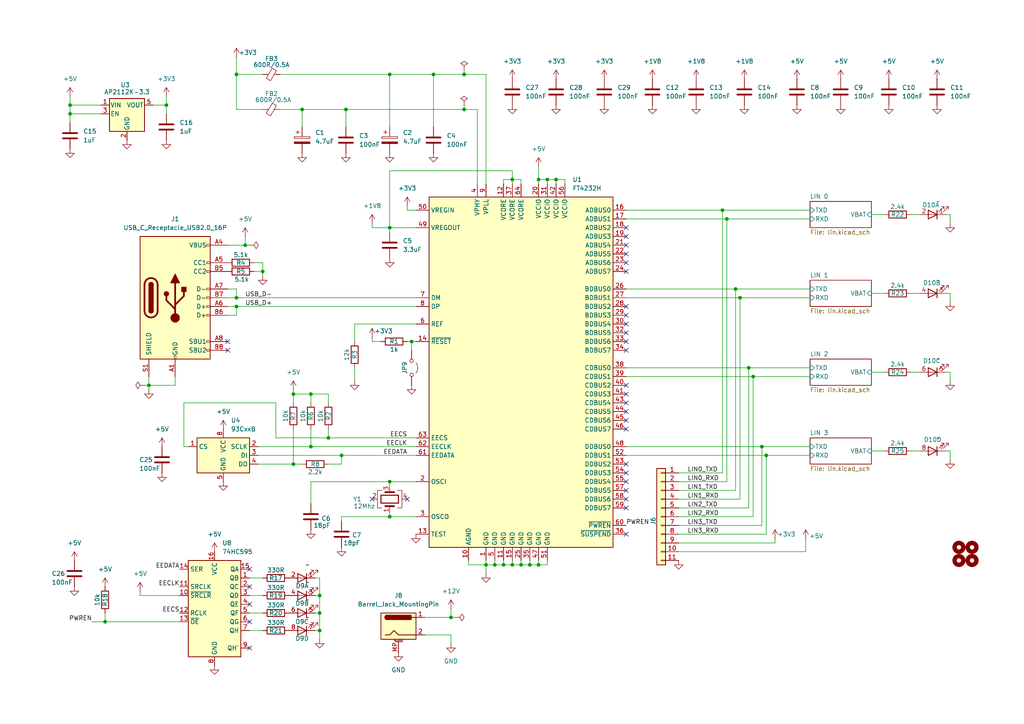
<source format=kicad_sch>
(kicad_sch (version 20231120) (generator "eeschema") (generator_version "8.0")
  (paper "A4")
  (title_block (title "FTDI Quad LIN"))
  (junction (at 30.48 180.34))
  (junction (at 92.71 172.72))
  (junction (at 76.2 78.74))
  (junction (at 134.62 31.75))
  (junction (at 113.03 139.7))
  (junction (at 148.59 163.83))
  (junction (at 90.17 129.54))
  (junction (at 146.05 163.83))
  (junction (at 43.18 111.76))
  (junction (at 100.33 31.75))
  (junction (at 95.25 127))
  (junction (at 85.09 114.3))
  (junction (at 92.71 177.8))
  (junction (at 156.21 163.83))
  (junction (at 140.97 163.83))
  (junction (at 119.38 99.06))
  (junction (at 48.26 30.48))
  (junction (at 20.32 33.02))
  (junction (at 148.59 52.07))
  (junction (at 68.58 21.59))
  (junction (at 87.63 31.75))
  (junction (at 143.51 163.83))
  (junction (at 68.58 88.9))
  (junction (at 210.82 63.5))
  (junction (at 217.17 106.68))
  (junction (at 213.36 83.82))
  (junction (at 161.29 52.07))
  (junction (at 99.06 132.08))
  (junction (at 130.81 179.07))
  (junction (at 222.25 132.08))
  (junction (at 85.09 134.62))
  (junction (at 125.73 21.59))
  (junction (at 113.03 66.04))
  (junction (at 158.75 52.07))
  (junction (at 71.12 71.12))
  (junction (at 214.63 86.36))
  (junction (at 209.55 60.96))
  (junction (at 113.03 149.86))
  (junction (at 68.58 86.36))
  (junction (at 20.32 30.48))
  (junction (at 113.03 21.59))
  (junction (at 92.71 182.88))
  (junction (at 156.21 52.07))
  (junction (at 153.67 163.83))
  (junction (at 151.13 163.83))
  (junction (at 218.44 109.22))
  (junction (at 90.17 114.3))
  (junction (at 134.62 21.59))
  (junction (at 220.98 129.54))
  (no_connect (at 181.61 96.52))
  (no_connect (at 66.04 101.6))
  (no_connect (at 181.61 73.66))
  (no_connect (at 181.61 101.6))
  (no_connect (at 181.61 137.16))
  (no_connect (at 181.61 142.24))
  (no_connect (at 181.61 114.3))
  (no_connect (at 181.61 76.2))
  (no_connect (at 72.39 175.26))
  (no_connect (at 181.61 111.76))
  (no_connect (at 181.61 121.92))
  (no_connect (at 66.04 99.06))
  (no_connect (at 181.61 134.62))
  (no_connect (at 181.61 71.12))
  (no_connect (at 72.39 187.96))
  (no_connect (at 181.61 144.78))
  (no_connect (at 181.61 154.94))
  (no_connect (at 181.61 68.58))
  (no_connect (at 181.61 124.46))
  (no_connect (at 181.61 139.7))
  (no_connect (at 72.39 170.18))
  (no_connect (at 181.61 93.98))
  (no_connect (at 181.61 119.38))
  (no_connect (at 72.39 165.1))
  (no_connect (at 181.61 99.06))
  (no_connect (at 181.61 116.84))
  (no_connect (at 118.11 144.78))
  (no_connect (at 72.39 180.34))
  (no_connect (at 181.61 147.32))
  (no_connect (at 107.95 144.78))
  (no_connect (at 181.61 91.44))
  (no_connect (at 181.61 88.9))
  (no_connect (at 181.61 66.04))
  (no_connect (at 181.61 78.74))
  (wire (pts (xy 252.73 107.95) (xy 256.54 107.95)))
  (wire (pts (xy 134.62 31.75) (xy 138.43 31.75)))
  (wire (pts (xy 123.19 179.07) (xy 130.81 179.07)))
  (wire (pts (xy 196.85 137.16) (xy 209.55 137.16)))
  (wire (pts (xy 102.87 93.98) (xy 102.87 99.06)))
  (wire (pts (xy 68.58 86.36) (xy 120.65 86.36)))
  (wire (pts (xy 224.79 156.21) (xy 224.79 157.48)))
  (wire (pts (xy 264.16 62.23) (xy 266.7 62.23)))
  (wire (pts (xy 113.03 49.53) (xy 148.59 49.53)))
  (wire (pts (xy 120.65 60.96) (xy 118.11 60.96)))
  (wire (pts (xy 181.61 132.08) (xy 222.25 132.08)))
  (wire (pts (xy 44.45 30.48) (xy 48.26 30.48)))
  (wire (pts (xy 156.21 162.56) (xy 156.21 163.83)))
  (wire (pts (xy 92.71 177.8) (xy 92.71 182.88)))
  (wire (pts (xy 153.67 163.83) (xy 151.13 163.83)))
  (wire (pts (xy 43.18 111.76) (xy 50.8 111.76)))
  (wire (pts (xy 73.66 76.2) (xy 76.2 76.2)))
  (wire (pts (xy 151.13 163.83) (xy 148.59 163.83)))
  (wire (pts (xy 146.05 163.83) (xy 143.51 163.83)))
  (wire (pts (xy 148.59 162.56) (xy 148.59 163.83)))
  (wire (pts (xy 90.17 114.3) (xy 90.17 116.84)))
  (wire (pts (xy 140.97 162.56) (xy 140.97 163.83)))
  (wire (pts (xy 143.51 162.56) (xy 143.51 163.83)))
  (wire (pts (xy 74.93 134.62) (xy 85.09 134.62)))
  (wire (pts (xy 100.33 31.75) (xy 100.33 36.83)))
  (wire (pts (xy 125.73 21.59) (xy 125.73 36.83)))
  (wire (pts (xy 76.2 76.2) (xy 76.2 78.74)))
  (wire (pts (xy 264.16 107.95) (xy 266.7 107.95)))
  (wire (pts (xy 275.59 85.09) (xy 275.59 87.63)))
  (wire (pts (xy 95.25 114.3) (xy 90.17 114.3)))
  (wire (pts (xy 68.58 83.82) (xy 66.04 83.82)))
  (wire (pts (xy 53.34 116.84) (xy 53.34 129.54)))
  (wire (pts (xy 148.59 163.83) (xy 146.05 163.83)))
  (wire (pts (xy 68.58 31.75) (xy 68.58 21.59)))
  (wire (pts (xy 90.17 129.54) (xy 120.65 129.54)))
  (wire (pts (xy 181.61 83.82) (xy 213.36 83.82)))
  (wire (pts (xy 95.25 127) (xy 80.01 127)))
  (wire (pts (xy 140.97 163.83) (xy 140.97 166.37)))
  (wire (pts (xy 68.58 88.9) (xy 68.58 91.44)))
  (wire (pts (xy 72.39 177.8) (xy 76.2 177.8)))
  (wire (pts (xy 156.21 48.26) (xy 156.21 52.07)))
  (wire (pts (xy 161.29 52.07) (xy 161.29 53.34)))
  (wire (pts (xy 43.18 111.76) (xy 43.18 113.03)))
  (wire (pts (xy 120.65 93.98) (xy 102.87 93.98)))
  (wire (pts (xy 181.61 60.96) (xy 209.55 60.96)))
  (wire (pts (xy 123.19 184.15) (xy 130.81 184.15)))
  (wire (pts (xy 120.65 127) (xy 95.25 127)))
  (wire (pts (xy 40.64 172.72) (xy 40.64 171.45)))
  (wire (pts (xy 134.62 30.48) (xy 134.62 31.75)))
  (wire (pts (xy 120.65 66.04) (xy 113.03 66.04)))
  (wire (pts (xy 113.03 21.59) (xy 113.03 36.83)))
  (wire (pts (xy 26.67 180.34) (xy 30.48 180.34)))
  (wire (pts (xy 140.97 21.59) (xy 140.97 53.34)))
  (wire (pts (xy 209.55 137.16) (xy 209.55 60.96)))
  (wire (pts (xy 95.25 124.46) (xy 95.25 127)))
  (wire (pts (xy 41.91 111.76) (xy 43.18 111.76)))
  (wire (pts (xy 134.62 20.32) (xy 134.62 21.59)))
  (wire (pts (xy 218.44 109.22) (xy 234.95 109.22)))
  (wire (pts (xy 274.32 85.09) (xy 275.59 85.09)))
  (wire (pts (xy 118.11 60.96) (xy 118.11 59.69)))
  (wire (pts (xy 118.11 99.06) (xy 119.38 99.06)))
  (wire (pts (xy 135.89 162.56) (xy 135.89 163.83)))
  (wire (pts (xy 275.59 130.81) (xy 275.59 133.35)))
  (wire (pts (xy 156.21 52.07) (xy 158.75 52.07)))
  (wire (pts (xy 220.98 152.4) (xy 220.98 129.54)))
  (wire (pts (xy 85.09 114.3) (xy 90.17 114.3)))
  (wire (pts (xy 217.17 147.32) (xy 217.17 106.68)))
  (wire (pts (xy 71.12 71.12) (xy 72.39 71.12)))
  (wire (pts (xy 158.75 52.07) (xy 158.75 53.34)))
  (wire (pts (xy 148.59 52.07) (xy 148.59 53.34)))
  (wire (pts (xy 52.07 172.72) (xy 40.64 172.72)))
  (wire (pts (xy 196.85 142.24) (xy 213.36 142.24)))
  (wire (pts (xy 120.65 88.9) (xy 68.58 88.9)))
  (wire (pts (xy 85.09 134.62) (xy 87.63 134.62)))
  (wire (pts (xy 113.03 21.59) (xy 81.28 21.59)))
  (wire (pts (xy 196.85 147.32) (xy 217.17 147.32)))
  (wire (pts (xy 138.43 31.75) (xy 138.43 53.34)))
  (wire (pts (xy 20.32 30.48) (xy 20.32 33.02)))
  (wire (pts (xy 196.85 139.7) (xy 210.82 139.7)))
  (wire (pts (xy 210.82 63.5) (xy 234.95 63.5)))
  (wire (pts (xy 91.44 167.64) (xy 92.71 167.64)))
  (wire (pts (xy 99.06 134.62) (xy 99.06 132.08)))
  (wire (pts (xy 196.85 157.48) (xy 224.79 157.48)))
  (wire (pts (xy 30.48 180.34) (xy 52.07 180.34)))
  (wire (pts (xy 156.21 53.34) (xy 156.21 52.07)))
  (wire (pts (xy 90.17 146.05) (xy 90.17 139.7)))
  (wire (pts (xy 218.44 149.86) (xy 218.44 109.22)))
  (wire (pts (xy 210.82 139.7) (xy 210.82 63.5)))
  (wire (pts (xy 252.73 130.81) (xy 256.54 130.81)))
  (wire (pts (xy 156.21 163.83) (xy 153.67 163.83)))
  (wire (pts (xy 87.63 31.75) (xy 100.33 31.75)))
  (wire (pts (xy 91.44 182.88) (xy 92.71 182.88)))
  (wire (pts (xy 275.59 62.23) (xy 275.59 64.77)))
  (wire (pts (xy 222.25 154.94) (xy 222.25 132.08)))
  (wire (pts (xy 113.03 149.86) (xy 113.03 148.59)))
  (wire (pts (xy 140.97 21.59) (xy 134.62 21.59)))
  (wire (pts (xy 274.32 107.95) (xy 275.59 107.95)))
  (wire (pts (xy 85.09 124.46) (xy 85.09 134.62)))
  (wire (pts (xy 252.73 85.09) (xy 256.54 85.09)))
  (wire (pts (xy 85.09 114.3) (xy 85.09 113.03)))
  (wire (pts (xy 196.85 144.78) (xy 214.63 144.78)))
  (wire (pts (xy 90.17 139.7) (xy 113.03 139.7)))
  (wire (pts (xy 181.61 86.36) (xy 214.63 86.36)))
  (wire (pts (xy 134.62 21.59) (xy 125.73 21.59)))
  (wire (pts (xy 233.68 160.02) (xy 196.85 160.02)))
  (wire (pts (xy 29.21 30.48) (xy 20.32 30.48)))
  (wire (pts (xy 87.63 31.75) (xy 87.63 36.83)))
  (wire (pts (xy 264.16 85.09) (xy 266.7 85.09)))
  (wire (pts (xy 120.65 139.7) (xy 113.03 139.7)))
  (wire (pts (xy 161.29 52.07) (xy 163.83 52.07)))
  (wire (pts (xy 76.2 78.74) (xy 73.66 78.74)))
  (wire (pts (xy 252.73 62.23) (xy 256.54 62.23)))
  (wire (pts (xy 233.68 156.21) (xy 233.68 160.02)))
  (wire (pts (xy 68.58 16.51) (xy 68.58 21.59)))
  (wire (pts (xy 113.03 139.7) (xy 113.03 140.97)))
  (wire (pts (xy 153.67 162.56) (xy 153.67 163.83)))
  (wire (pts (xy 119.38 99.06) (xy 119.38 101.6)))
  (wire (pts (xy 107.95 66.04) (xy 113.03 66.04)))
  (wire (pts (xy 66.04 86.36) (xy 68.58 86.36)))
  (wire (pts (xy 217.17 106.68) (xy 234.95 106.68)))
  (wire (pts (xy 50.8 109.22) (xy 50.8 111.76)))
  (wire (pts (xy 148.59 49.53) (xy 148.59 52.07)))
  (wire (pts (xy 91.44 177.8) (xy 92.71 177.8)))
  (wire (pts (xy 119.38 99.06) (xy 120.65 99.06)))
  (wire (pts (xy 146.05 162.56) (xy 146.05 163.83)))
  (wire (pts (xy 274.32 62.23) (xy 275.59 62.23)))
  (wire (pts (xy 90.17 124.46) (xy 90.17 129.54)))
  (wire (pts (xy 80.01 116.84) (xy 53.34 116.84)))
  (wire (pts (xy 92.71 172.72) (xy 92.71 177.8)))
  (wire (pts (xy 196.85 149.86) (xy 218.44 149.86)))
  (wire (pts (xy 72.39 167.64) (xy 76.2 167.64)))
  (wire (pts (xy 20.32 30.48) (xy 20.32 27.94)))
  (wire (pts (xy 213.36 83.82) (xy 234.95 83.82)))
  (wire (pts (xy 102.87 106.68) (xy 102.87 110.49)))
  (wire (pts (xy 85.09 116.84) (xy 85.09 114.3)))
  (wire (pts (xy 72.39 172.72) (xy 76.2 172.72)))
  (wire (pts (xy 158.75 162.56) (xy 158.75 163.83)))
  (wire (pts (xy 107.95 97.79) (xy 107.95 99.06)))
  (wire (pts (xy 53.34 129.54) (xy 54.61 129.54)))
  (wire (pts (xy 213.36 142.24) (xy 213.36 83.82)))
  (wire (pts (xy 151.13 52.07) (xy 148.59 52.07)))
  (wire (pts (xy 71.12 68.58) (xy 71.12 71.12)))
  (wire (pts (xy 80.01 127) (xy 80.01 116.84)))
  (wire (pts (xy 107.95 66.04) (xy 107.95 64.77)))
  (wire (pts (xy 148.59 52.07) (xy 146.05 52.07)))
  (wire (pts (xy 151.13 53.34) (xy 151.13 52.07)))
  (wire (pts (xy 146.05 52.07) (xy 146.05 53.34)))
  (wire (pts (xy 81.28 31.75) (xy 87.63 31.75)))
  (wire (pts (xy 275.59 107.95) (xy 275.59 110.49)))
  (wire (pts (xy 143.51 163.83) (xy 140.97 163.83)))
  (wire (pts (xy 92.71 167.64) (xy 92.71 172.72)))
  (wire (pts (xy 20.32 33.02) (xy 29.21 33.02)))
  (wire (pts (xy 125.73 21.59) (xy 113.03 21.59)))
  (wire (pts (xy 130.81 179.07) (xy 130.81 176.53)))
  (wire (pts (xy 222.25 132.08) (xy 234.95 132.08)))
  (wire (pts (xy 99.06 149.86) (xy 113.03 149.86)))
  (wire (pts (xy 130.81 184.15) (xy 130.81 186.69)))
  (wire (pts (xy 43.18 109.22) (xy 43.18 111.76)))
  (wire (pts (xy 74.93 132.08) (xy 99.06 132.08)))
  (wire (pts (xy 48.26 30.48) (xy 48.26 33.02)))
  (wire (pts (xy 274.32 130.81) (xy 275.59 130.81)))
  (wire (pts (xy 113.03 66.04) (xy 113.03 67.31)))
  (wire (pts (xy 158.75 163.83) (xy 156.21 163.83)))
  (wire (pts (xy 48.26 27.94) (xy 48.26 30.48)))
  (wire (pts (xy 100.33 31.75) (xy 134.62 31.75)))
  (wire (pts (xy 130.81 179.07) (xy 132.08 179.07)))
  (wire (pts (xy 209.55 60.96) (xy 234.95 60.96)))
  (wire (pts (xy 91.44 172.72) (xy 92.71 172.72)))
  (wire (pts (xy 181.61 106.68) (xy 217.17 106.68)))
  (wire (pts (xy 151.13 162.56) (xy 151.13 163.83)))
  (wire (pts (xy 99.06 151.13) (xy 99.06 149.86)))
  (wire (pts (xy 214.63 86.36) (xy 234.95 86.36)))
  (wire (pts (xy 196.85 154.94) (xy 222.25 154.94)))
  (wire (pts (xy 99.06 132.08) (xy 120.65 132.08)))
  (wire (pts (xy 214.63 144.78) (xy 214.63 86.36)))
  (wire (pts (xy 92.71 182.88) (xy 92.71 185.42)))
  (wire (pts (xy 68.58 88.9) (xy 66.04 88.9)))
  (wire (pts (xy 74.93 129.54) (xy 90.17 129.54)))
  (wire (pts (xy 20.32 35.56) (xy 20.32 33.02)))
  (wire (pts (xy 68.58 21.59) (xy 76.2 21.59)))
  (wire (pts (xy 68.58 86.36) (xy 68.58 83.82)))
  (wire (pts (xy 220.98 129.54) (xy 234.95 129.54)))
  (wire (pts (xy 66.04 71.12) (xy 71.12 71.12)))
  (wire (pts (xy 196.85 152.4) (xy 220.98 152.4)))
  (wire (pts (xy 72.39 182.88) (xy 76.2 182.88)))
  (wire (pts (xy 181.61 63.5) (xy 210.82 63.5)))
  (wire (pts (xy 158.75 52.07) (xy 161.29 52.07)))
  (wire (pts (xy 95.25 116.84) (xy 95.25 114.3)))
  (wire (pts (xy 76.2 31.75) (xy 68.58 31.75)))
  (wire (pts (xy 107.95 99.06) (xy 110.49 99.06)))
  (wire (pts (xy 30.48 177.8) (xy 30.48 180.34)))
  (wire (pts (xy 264.16 130.81) (xy 266.7 130.81)))
  (wire (pts (xy 135.89 163.83) (xy 140.97 163.83)))
  (wire (pts (xy 181.61 109.22) (xy 218.44 109.22)))
  (wire (pts (xy 66.04 91.44) (xy 68.58 91.44)))
  (wire (pts (xy 76.2 80.01) (xy 76.2 78.74)))
  (wire (pts (xy 120.65 149.86) (xy 113.03 149.86)))
  (wire (pts (xy 95.25 134.62) (xy 99.06 134.62)))
  (wire (pts (xy 181.61 129.54) (xy 220.98 129.54)))
  (wire (pts (xy 113.03 66.04) (xy 113.03 49.53)))
  (wire (pts (xy 163.83 52.07) (xy 163.83 53.34)))
  (label "PWREN" (at 26.67 180.34 180))
  (label "EECS" (at 118.11 127 180))
  (label "LIN2_RXD" (at 199.39 149.86 0))
  (label "EECLK" (at 118.11 129.54 180))
  (label "EECLK" (at 52.07 170.18 180))
  (label "PWREN" (at 181.61 152.4 0))
  (label "USB_D-" (at 71.12 86.36 0))
  (label "LIN1_TXD" (at 199.39 142.24 0))
  (label "LIN3_RXD" (at 199.39 154.94 0))
  (label "LIN0_TXD" (at 199.39 137.16 0))
  (label "EEDATA" (at 118.11 132.08 180))
  (label "LIN1_RXD" (at 199.39 144.78 0))
  (label "LIN0_RXD" (at 199.39 139.7 0))
  (label "USB_D+" (at 71.12 88.9 0))
  (label "EEDATA" (at 52.07 165.1 180))
  (label "LIN2_TXD" (at 199.39 147.32 0))
  (label "LIN3_TXD" (at 199.39 152.4 0))
  (label "EECS" (at 52.07 177.8 180))
  (symbol (lib_id "Device:R") (at 80.01 172.72 270) (unit 1)
    (property "Reference" "R19" (at 80.01 172.72 90))
    (property "Value" "330R" (at 80.01 170.434 90))
    (property "Footprint" "Resistor_SMD:R_0805_2012Metric" (effects (hide yes)))
    (property "Description" "Resistor" (effects (hide yes)))
  )
  (symbol (lib_id "power:GND") (at 215.9 30.48 0) (unit 1)
    (property "Reference" "#PWR037" (effects (hide yes)))
    (property "Value" "GND" (effects (hide yes)))
    (property "Description" "Power symbol creates a global label with name \"GND\" , ground" (effects (hide yes)))
  )
  (symbol (lib_id "power:GND") (at 161.29 30.48 0) (unit 1)
    (property "Reference" "#PWR049" (effects (hide yes)))
    (property "Value" "GND" (effects (hide yes)))
    (property "Description" "Power symbol creates a global label with name \"GND\" , ground" (effects (hide yes)))
  )
  (symbol (lib_id "Device:R") (at 80.01 182.88 270) (unit 1)
    (property "Reference" "R21" (at 80.01 182.88 90))
    (property "Value" "330R" (at 80.01 180.594 90))
    (property "Footprint" "Resistor_SMD:R_0805_2012Metric" (effects (hide yes)))
    (property "Description" "Resistor" (effects (hide yes)))
  )
  (symbol (lib_id "power:GND") (at 275.59 133.35 0) (unit 1)
    (property "Reference" "#PWR093" (effects (hide yes)))
    (property "Value" "GND" (effects (hide yes)))
    (property "Description" "Power symbol creates a global label with name \"GND\" , ground" (effects (hide yes)))
  )
  (symbol (lib_id "power:GND") (at 113.03 74.93 0) (unit 1)
    (property "Reference" "#PWR017" (effects (hide yes)))
    (property "Value" "GND" (effects (hide yes)))
    (property "Description" "Power symbol creates a global label with name \"GND\" , ground" (effects (hide yes)))
  )
  (symbol (lib_id "Device:C") (at 21.59 166.37 0) (unit 1)
    (property "Reference" "C26" (at 14.986 166.37 0) (effects (justify left)))
    (property "Value" "100nF" (at 14.986 168.91 0) (effects (justify left)))
    (property "Footprint" "Capacitor_SMD:C_0805_2012Metric" (effects (hide yes)))
    (property "Description" "Unpolarized capacitor" (effects (hide yes)))
  )
  (symbol (lib_id "power:+3V3") (at 224.79 156.21 0) (unit 1)
    (property "Reference" "#PWR094" (effects (hide yes)))
    (property "Value" "+3V3" (at 228.092 154.94 0))
    (property "Description" "Power symbol creates a global label with name \"+3V3\"" (effects (hide yes)))
  )
  (symbol (lib_id "Device:C") (at 215.9 26.67 0) (unit 1)
    (property "Reference" "C14" (at 219.71 25.3999 0) (effects (justify left)))
    (property "Value" "100nF" (at 219.71 27.9399 0) (effects (justify left)))
    (property "Footprint" "Capacitor_SMD:C_0805_2012Metric" (effects (hide yes)))
    (property "Description" "Unpolarized capacitor" (effects (hide yes)))
  )
  (symbol (lib_id "ftdi_quad_lin:led_array_4") (at 87.63 182.88 180) (unit 4)
    (property "Reference" "D9" (at 87.63 185.166 0))
    (property "Value" "~" (at 89.2175 179.07 0))
    (property "Footprint" "ftdi_quad_lin:1296.3004" (effects (hide yes)))
  )
  (symbol (lib_id "power:GND") (at 120.65 154.94 0) (unit 1)
    (property "Reference" "#PWR023" (effects (hide yes)))
    (property "Value" "GND" (effects (hide yes)))
    (property "Description" "Power symbol creates a global label with name \"GND\" , ground" (effects (hide yes)))
  )
  (symbol (lib_id "power:GND") (at 21.59 170.18 0) (unit 1)
    (property "Reference" "#PWR028" (effects (hide yes)))
    (property "Value" "GND" (effects (hide yes)))
    (property "Description" "Power symbol creates a global label with name \"GND\" , ground" (effects (hide yes)))
  )
  (symbol (lib_id "power:+5V") (at 257.81 22.86 0) (unit 1)
    (property "Reference" "#PWR011" (effects (hide yes)))
    (property "Value" "+5V" (at 257.81 17.78 0))
    (property "Description" "Power symbol creates a global label with name \"+5V\"" (effects (hide yes)))
  )
  (symbol (lib_id "Mechanical:MountingHole") (at 278.13 162.56 0) (unit 1) (exclude_from_sim yes) (in_bom no)
    (property "Reference" "H2" (effects (hide yes)))
    (property "Value" "MountingHole" (effects (hide yes)))
    (property "Footprint" "MountingHole:MountingHole_3.2mm_M3" (effects (hide yes)))
    (property "Description" "Mounting Hole without connection" (effects (hide yes)))
  )
  (symbol (lib_id "power:+5V") (at 62.23 160.02 0) (unit 1)
    (property "Reference" "#PWR072" (effects (hide yes)))
    (property "Value" "+5V" (at 62.23 154.94 0))
    (property "Description" "Power symbol creates a global label with name \"+5V\"" (effects (hide yes)))
  )
  (symbol (lib_id "power:+5V") (at 21.59 162.56 0) (unit 1)
    (property "Reference" "#PWR026" (effects (hide yes)))
    (property "Value" "+5V" (at 21.59 157.48 0))
    (property "Description" "Power symbol creates a global label with name \"+5V\"" (effects (hide yes)))
  )
  (symbol (lib_id "power:GND") (at 87.63 44.45 0) (unit 1)
    (property "Reference" "#PWR010" (effects (hide yes)))
    (property "Value" "GND" (effects (hide yes)))
    (property "Description" "Power symbol creates a global label with name \"GND\" , ground" (effects (hide yes)))
  )
  (symbol (lib_id "power:+5V") (at 40.64 171.45 0) (unit 1)
    (property "Reference" "#PWR076" (effects (hide yes)))
    (property "Value" "+5V" (at 40.64 166.37 0))
    (property "Description" "Power symbol creates a global label with name \"+5V\"" (effects (hide yes)))
  )
  (symbol (lib_id "power:+12V") (at 130.81 176.53 0) (unit 1)
    (property "Reference" "#PWR087" (effects (hide yes)))
    (property "Value" "+12V" (at 130.81 171.45 0))
    (property "Description" "Power symbol creates a global label with name \"+12V\"" (effects (hide yes)))
  )
  (symbol (lib_id "power:GND") (at 76.2 80.01 0) (unit 1)
    (property "Reference" "#PWR06" (effects (hide yes)))
    (property "Value" "GND" (effects (hide yes)))
    (property "Description" "Power symbol creates a global label with name \"GND\" , ground" (effects (hide yes)))
  )
  (symbol (lib_id "Device:C") (at 90.17 149.86 0) (unit 1)
    (property "Reference" "C6" (at 93.218 150.368 0) (effects (justify left)))
    (property "Value" "18pF" (at 90.932 152.4 0) (effects (justify left)))
    (property "Footprint" "Capacitor_SMD:C_0805_2012Metric" (effects (hide yes)))
    (property "Description" "Unpolarized capacitor" (effects (hide yes)))
  )
  (symbol (lib_id "power:+5V") (at 243.84 22.86 0) (unit 1)
    (property "Reference" "#PWR08" (effects (hide yes)))
    (property "Value" "+5V" (at 243.84 17.78 0))
    (property "Description" "Power symbol creates a global label with name \"+5V\"" (effects (hide yes)))
  )
  (symbol (lib_id "Device:FerriteBead_Small") (at 78.74 21.59 90) (unit 1)
    (property "Reference" "FB3" (at 78.74 17.018 90))
    (property "Value" "600R/0.5A" (at 78.74 18.796 90))
    (property "Footprint" "Inductor_SMD:L_0603_1608Metric_Pad1.05x0.95mm_HandSolder" (effects (hide yes)))
    (property "Description" "Ferrite bead, small symbol" (effects (hide yes)))
  )
  (symbol (lib_id "Connector:USB_C_Receptacle_USB2.0_16P") (at 50.8 86.36 0) (unit 1)
    (property "Reference" "J1" (at 50.8 63.5 0))
    (property "Value" "USB_C_Receptacle_USB2.0_16P" (at 50.8 66.04 0))
    (property "Footprint" "Connector_USB:USB_C_Receptacle_GCT_USB4105-xx-A_16P_TopMnt_Horizontal" (effects (hide yes)))
    (property "Datasheet" "https://www.usb.org/sites/default/files/documents/usb_type-c.zip" (effects (hide yes)))
    (property "Description" "USB 2.0-only 16P Type-C Receptacle connector" (effects (hide yes)))
  )
  (symbol (lib_id "power:+5V") (at 156.21 48.26 0) (unit 1)
    (property "Reference" "#PWR018" (effects (hide yes)))
    (property "Value" "+5V" (at 156.21 43.18 0))
    (property "Description" "Power symbol creates a global label with name \"+5V\"" (effects (hide yes)))
  )
  (symbol (lib_id "power:+1V8") (at 215.9 22.86 0) (unit 1)
    (property "Reference" "#PWR036" (effects (hide yes)))
    (property "Value" "+1V8" (at 215.9 17.78 0))
    (property "Description" "Power symbol creates a global label with name \"+1V8\"" (effects (hide yes)))
  )
  (symbol (lib_id "Device:R") (at 90.17 120.65 180) (unit 1)
    (property "Reference" "R6" (at 90.17 120.65 90))
    (property "Value" "10k" (at 87.884 120.65 90))
    (property "Footprint" "Resistor_SMD:R_0805_2012Metric" (effects (hide yes)))
    (property "Description" "Resistor" (effects (hide yes)))
  )
  (symbol (lib_id "Device:FerriteBead_Small") (at 78.74 31.75 90) (unit 1)
    (property "Reference" "FB2" (at 78.74 27.178 90))
    (property "Value" "600R/0.5A" (at 79.248 28.956 90))
    (property "Footprint" "Inductor_SMD:L_0603_1608Metric_Pad1.05x0.95mm_HandSolder" (effects (hide yes)))
    (property "Description" "Ferrite bead, small symbol" (effects (hide yes)))
  )
  (symbol (lib_id "power:GND") (at 43.18 113.03 0) (unit 1)
    (property "Reference" "#PWR04" (effects (hide yes)))
    (property "Value" "GND" (effects (hide yes)))
    (property "Description" "Power symbol creates a global label with name \"GND\" , ground" (effects (hide yes)))
  )
  (symbol (lib_id "ftdi_quad_lin:led_array_4") (at 270.51 85.09 180) (unit 2)
    (property "Reference" "D10" (at 270.256 82.042 0))
    (property "Value" "~" (at 272.0975 81.28 0))
    (property "Footprint" "ftdi_quad_lin:1296.3004" (effects (hide yes)))
  )
  (symbol (lib_id "power:+5V") (at 231.14 22.86 0) (unit 1)
    (property "Reference" "#PWR05" (effects (hide yes)))
    (property "Value" "+5V" (at 231.14 17.78 0))
    (property "Description" "Power symbol creates a global label with name \"+5V\"" (effects (hide yes)))
  )
  (symbol (lib_id "power:+5V") (at 85.09 113.03 0) (unit 1)
    (property "Reference" "#PWR051" (effects (hide yes)))
    (property "Value" "+5V" (at 85.09 107.95 0))
    (property "Description" "Power symbol creates a global label with name \"+5V\"" (effects (hide yes)))
  )
  (symbol (lib_id "Device:C") (at 243.84 26.67 0) (unit 1)
    (property "Reference" "C9" (at 247.65 25.3999 0) (effects (justify left)))
    (property "Value" "100nF" (at 247.65 27.9399 0) (effects (justify left)))
    (property "Footprint" "Capacitor_SMD:C_0805_2012Metric" (effects (hide yes)))
    (property "Description" "Unpolarized capacitor" (effects (hide yes)))
  )
  (symbol (lib_id "power:GND") (at 175.26 30.48 0) (unit 1)
    (property "Reference" "#PWR063" (effects (hide yes)))
    (property "Value" "GND" (effects (hide yes)))
    (property "Description" "Power symbol creates a global label with name \"GND\" , ground" (effects (hide yes)))
  )
  (symbol (lib_id "Device:C") (at 257.81 26.67 0) (unit 1)
    (property "Reference" "C10" (at 261.62 25.3999 0) (effects (justify left)))
    (property "Value" "100nF" (at 261.62 27.9399 0) (effects (justify left)))
    (property "Footprint" "Capacitor_SMD:C_0805_2012Metric" (effects (hide yes)))
    (property "Description" "Unpolarized capacitor" (effects (hide yes)))
  )
  (symbol (lib_id "power:GND") (at 62.23 193.04 0) (unit 1)
    (property "Reference" "#PWR073" (effects (hide yes)))
    (property "Value" "GND" (effects (hide yes)))
    (property "Description" "Power symbol creates a global label with name \"GND\" , ground" (effects (hide yes)))
  )
  (symbol (lib_id "Connector_Generic:Conn_01x11") (at 191.77 149.86 0) (mirror y) (unit 1)
    (property "Reference" "J6" (at 189.484 151.13 90))
    (property "Value" "Conn_01x10" (effects (hide yes)))
    (property "Footprint" "Connector_PinHeader_2.54mm:PinHeader_1x11_P2.54mm_Vertical" (effects (hide yes)))
    (property "Description" "Generic connector, single row, 01x11, script generated (kicad-library-utils/schlib/autogen/connector/)" (effects (hide yes)))
  )
  (symbol (lib_id "Device:C") (at 148.59 26.67 0) (unit 1)
    (property "Reference" "C27" (at 152.4 25.3999 0) (effects (justify left)))
    (property "Value" "100nF" (at 152.4 27.9399 0) (effects (justify left)))
    (property "Footprint" "Capacitor_SMD:C_0805_2012Metric" (effects (hide yes)))
    (property "Description" "Unpolarized capacitor" (effects (hide yes)))
  )
  (symbol (lib_id "power:GND") (at 36.83 40.64 0) (unit 1)
    (property "Reference" "#PWR038" (effects (hide yes)))
    (property "Value" "GND" (effects (hide yes)))
    (property "Description" "Power symbol creates a global label with name \"GND\" , ground" (effects (hide yes)))
  )
  (symbol (lib_id "Device:R") (at 80.01 177.8 270) (unit 1)
    (property "Reference" "R20" (at 80.01 177.8 90))
    (property "Value" "330R" (at 80.01 175.514 90))
    (property "Footprint" "Resistor_SMD:R_0805_2012Metric" (effects (hide yes)))
    (property "Description" "Resistor" (effects (hide yes)))
  )
  (symbol (lib_id "power:+1V8") (at 189.23 22.86 0) (unit 1)
    (property "Reference" "#PWR032" (effects (hide yes)))
    (property "Value" "+1V8" (at 189.23 17.78 0))
    (property "Description" "Power symbol creates a global label with name \"+1V8\"" (effects (hide yes)))
  )
  (symbol (lib_id "power:+3V3") (at 161.29 22.86 0) (unit 1)
    (property "Reference" "#PWR048" (effects (hide yes)))
    (property "Value" "+3V3" (at 161.29 17.78 0))
    (property "Description" "Power symbol creates a global label with name \"+3V3\"" (effects (hide yes)))
  )
  (symbol (lib_id "power:+5V") (at 271.78 22.86 0) (unit 1)
    (property "Reference" "#PWR014" (effects (hide yes)))
    (property "Value" "+5V" (at 271.78 17.78 0))
    (property "Description" "Power symbol creates a global label with name \"+5V\"" (effects (hide yes)))
  )
  (symbol (lib_id "power:PWR_FLAG") (at 41.91 111.76 90) (unit 1)
    (property "Reference" "#FLG04" (effects (hide yes)))
    (property "Value" "PWR_FLAG" (effects (hide yes)))
    (property "Description" "Special symbol for telling ERC where power comes from" (effects (hide yes)))
  )
  (symbol (lib_id "power:GND") (at 99.06 158.75 0) (unit 1)
    (property "Reference" "#PWR022" (effects (hide yes)))
    (property "Value" "GND" (effects (hide yes)))
    (property "Description" "Power symbol creates a global label with name \"GND\" , ground" (effects (hide yes)))
  )
  (symbol (lib_id "Device:R") (at 69.85 76.2 90) (unit 1)
    (property "Reference" "R4" (at 69.85 76.2 90))
    (property "Value" "5.1k" (at 69.85 73.914 90))
    (property "Footprint" "Resistor_SMD:R_0805_2012Metric" (effects (hide yes)))
    (property "Description" "Resistor" (effects (hide yes)))
  )
  (symbol (lib_id "74xx:74HC595") (at 62.23 175.26 0) (unit 1)
    (property "Reference" "U8" (at 64.4241 157.48 0) (effects (justify left)))
    (property "Value" "74HC595" (at 64.4241 160.02 0) (effects (justify left)))
    (property "Footprint" "Package_SO:SOIC-16_3.9x9.9mm_P1.27mm" (effects (hide yes)))
    (property "Datasheet" "http://www.ti.com/lit/ds/symlink/sn74hc595.pdf" (effects (hide yes)))
    (property "Description" "8-bit serial in/out Shift Register 3-State Outputs" (effects (hide yes)))
    (property "manf#" "SN74HC595DR" (effects (hide yes)))
  )
  (symbol (lib_id "Device:C") (at 175.26 26.67 0) (unit 1)
    (property "Reference" "C29" (at 179.07 25.3999 0) (effects (justify left)))
    (property "Value" "100nF" (at 179.07 27.9399 0) (effects (justify left)))
    (property "Footprint" "Capacitor_SMD:C_0805_2012Metric" (effects (hide yes)))
    (property "Description" "Unpolarized capacitor" (effects (hide yes)))
  )
  (symbol (lib_id "power:GND") (at 275.59 64.77 0) (unit 1)
    (property "Reference" "#PWR090" (effects (hide yes)))
    (property "Value" "GND" (effects (hide yes)))
    (property "Description" "Power symbol creates a global label with name \"GND\" , ground" (effects (hide yes)))
  )
  (symbol (lib_id "Device:C") (at 100.33 40.64 0) (unit 1)
    (property "Reference" "C3" (at 104.14 39.3699 0) (effects (justify left)))
    (property "Value" "100nF" (at 104.14 41.9099 0) (effects (justify left)))
    (property "Footprint" "Capacitor_SMD:C_0805_2012Metric" (effects (hide yes)))
    (property "Description" "Unpolarized capacitor" (effects (hide yes)))
  )
  (symbol (lib_id "power:GND") (at 100.33 44.45 0) (unit 1)
    (property "Reference" "#PWR013" (effects (hide yes)))
    (property "Value" "GND" (effects (hide yes)))
    (property "Description" "Power symbol creates a global label with name \"GND\" , ground" (effects (hide yes)))
  )
  (symbol (lib_id "Memory_EEPROM:93CxxB") (at 64.77 132.08 0) (unit 1)
    (property "Reference" "U4" (at 66.9641 121.92 0) (effects (justify left)))
    (property "Value" "93CxxB" (at 66.9641 124.46 0) (effects (justify left)))
    (property "Footprint" "Package_SO:SOIC-8_3.9x4.9mm_P1.27mm" (effects (hide yes)))
    (property "Datasheet" "http://ww1.microchip.com/downloads/en/DeviceDoc/20001749K.pdf" (effects (hide yes)))
    (property "Description" "Serial EEPROM, 93 Series, 5.0V, DIP-8/SOIC-8" (effects (hide yes)))
    (property "manf#" "93LC46B-I/SN" (effects (hide yes)))
  )
  (symbol (lib_id "ftdi_quad_lin:led_array_4") (at 270.51 62.23 180) (unit 1)
    (property "Reference" "D10" (at 270.002 59.436 0))
    (property "Value" "~" (at 272.0975 58.42 0))
    (property "Footprint" "ftdi_quad_lin:1296.3004" (effects (hide yes)))
  )
  (symbol (lib_id "Device:R") (at 260.35 107.95 270) (unit 1)
    (property "Reference" "R24" (at 260.35 107.95 90))
    (property "Value" "2.4k" (at 260.35 105.664 90))
    (property "Footprint" "Resistor_SMD:R_0805_2012Metric" (effects (hide yes)))
    (property "Description" "Resistor" (effects (hide yes)))
  )
  (symbol (lib_id "power:+5V") (at 46.99 129.54 0) (unit 1)
    (property "Reference" "#PWR015" (effects (hide yes)))
    (property "Value" "+5V" (at 46.99 124.46 0))
    (property "Description" "Power symbol creates a global label with name \"+5V\"" (effects (hide yes)))
  )
  (symbol (lib_id "power:+1V8") (at 107.95 64.77 0) (unit 1)
    (property "Reference" "#PWR043" (effects (hide yes)))
    (property "Value" "+1V8" (at 107.95 59.69 0))
    (property "Description" "Power symbol creates a global label with name \"+1V8\"" (effects (hide yes)))
  )
  (symbol (lib_id "ftdi_quad_lin:led_array_4") (at 87.63 167.64 180) (unit 1)
    (property "Reference" "D9" (at 87.63 169.926 0))
    (property "Value" "~" (at 89.2175 163.83 0))
    (property "Footprint" "ftdi_quad_lin:1296.3004" (effects (hide yes)))
  )
  (symbol (lib_id "power:GND") (at 196.85 162.56 0) (unit 1)
    (property "Reference" "#PWR078" (effects (hide yes)))
    (property "Value" "GND" (effects (hide yes)))
    (property "Description" "Power symbol creates a global label with name \"GND\" , ground" (effects (hide yes)))
  )
  (symbol (lib_id "power:+5V") (at 20.32 27.94 0) (unit 1)
    (property "Reference" "#PWR041" (effects (hide yes)))
    (property "Value" "+5V" (at 20.32 22.86 0))
    (property "Description" "Power symbol creates a global label with name \"+5V\"" (effects (hide yes)))
  )
  (symbol (lib_id "Device:R") (at 91.44 134.62 270) (unit 1)
    (property "Reference" "R8" (at 91.44 134.62 90))
    (property "Value" "2.2k" (at 91.44 136.906 90))
    (property "Footprint" "Resistor_SMD:R_0805_2012Metric" (effects (hide yes)))
    (property "Description" "Resistor" (effects (hide yes)))
  )
  (symbol (lib_id "power:GND") (at 275.59 87.63 0) (unit 1)
    (property "Reference" "#PWR091" (effects (hide yes)))
    (property "Value" "GND" (effects (hide yes)))
    (property "Description" "Power symbol creates a global label with name \"GND\" , ground" (effects (hide yes)))
  )
  (symbol (lib_id "Device:R") (at 85.09 120.65 180) (unit 1)
    (property "Reference" "R7" (at 85.09 120.65 90))
    (property "Value" "10k" (at 82.804 120.65 90))
    (property "Footprint" "Resistor_SMD:R_0805_2012Metric" (effects (hide yes)))
    (property "Description" "Resistor" (effects (hide yes)))
  )
  (symbol (lib_id "Device:R") (at 260.35 130.81 270) (unit 1)
    (property "Reference" "R25" (at 260.35 130.81 90))
    (property "Value" "2.4k" (at 260.35 128.524 90))
    (property "Footprint" "Resistor_SMD:R_0805_2012Metric" (effects (hide yes)))
    (property "Description" "Resistor" (effects (hide yes)))
  )
  (symbol (lib_id "power:+3V3") (at 175.26 22.86 0) (unit 1)
    (property "Reference" "#PWR057" (effects (hide yes)))
    (property "Value" "+3V3" (at 175.26 17.78 0))
    (property "Description" "Power symbol creates a global label with name \"+3V3\"" (effects (hide yes)))
  )
  (symbol (lib_id "power:GND") (at 102.87 110.49 0) (unit 1)
    (property "Reference" "#PWR019" (effects (hide yes)))
    (property "Value" "GND" (effects (hide yes)))
    (property "Description" "Power symbol creates a global label with name \"GND\" , ground" (effects (hide yes)))
  )
  (symbol (lib_id "Device:R") (at 260.35 85.09 270) (unit 1)
    (property "Reference" "R23" (at 260.35 85.09 90))
    (property "Value" "2.4k" (at 260.35 82.804 90))
    (property "Footprint" "Resistor_SMD:R_0805_2012Metric" (effects (hide yes)))
    (property "Description" "Resistor" (effects (hide yes)))
  )
  (symbol (lib_id "power:GND") (at 243.84 30.48 0) (unit 1)
    (property "Reference" "#PWR027" (effects (hide yes)))
    (property "Value" "GND" (effects (hide yes)))
    (property "Description" "Power symbol creates a global label with name \"GND\" , ground" (effects (hide yes)))
  )
  (symbol (lib_id "power:GND") (at 125.73 44.45 0) (unit 1)
    (property "Reference" "#PWR016" (effects (hide yes)))
    (property "Value" "GND" (effects (hide yes)))
    (property "Description" "Power symbol creates a global label with name \"GND\" , ground" (effects (hide yes)))
  )
  (symbol (lib_id "Device:C") (at 125.73 40.64 0) (unit 1)
    (property "Reference" "C4" (at 129.54 39.3699 0) (effects (justify left)))
    (property "Value" "100nF" (at 129.54 41.9099 0) (effects (justify left)))
    (property "Footprint" "Capacitor_SMD:C_0805_2012Metric" (effects (hide yes)))
    (property "Description" "Unpolarized capacitor" (effects (hide yes)))
  )
  (symbol (lib_id "Device:C_Polarized") (at 87.63 40.64 0) (unit 1)
    (property "Reference" "C1" (at 91.44 38.4809 0) (effects (justify left)))
    (property "Value" "4.7uF" (at 91.44 41.0209 0) (effects (justify left)))
    (property "Footprint" "Capacitor_SMD:C_1206_3216Metric_Pad1.33x1.80mm_HandSolder" (effects (hide yes)))
    (property "Description" "Polarized capacitor" (effects (hide yes)))
    (property "manf#" "293D475X9016A2TE3" (effects (hide yes)))
  )
  (symbol (lib_id "Device:C") (at 20.32 39.37 0) (unit 1)
    (property "Reference" "C15" (at 24.13 38.0999 0) (effects (justify left)))
    (property "Value" "1uF" (at 24.13 40.6399 0) (effects (justify left)))
    (property "Footprint" "Capacitor_SMD:C_0805_2012Metric" (effects (hide yes)))
    (property "Description" "Unpolarized capacitor" (effects (hide yes)))
  )
  (symbol (lib_id "power:PWR_FLAG") (at 132.08 179.07 270) (unit 1)
    (property "Reference" "#FLG09" (effects (hide yes)))
    (property "Value" "PWR_FLAG" (effects (hide yes)))
    (property "Description" "Special symbol for telling ERC where power comes from" (effects (hide yes)))
  )
  (symbol (lib_id "Device:C") (at 231.14 26.67 0) (unit 1)
    (property "Reference" "C8" (at 234.95 25.3999 0) (effects (justify left)))
    (property "Value" "100nF" (at 234.95 27.9399 0) (effects (justify left)))
    (property "Footprint" "Capacitor_SMD:C_0805_2012Metric" (effects (hide yes)))
    (property "Description" "Unpolarized capacitor" (effects (hide yes)))
  )
  (symbol (lib_id "Device:Crystal_GND24") (at 113.03 144.78 90) (unit 1)
    (property "Reference" "Y1" (at 103.632 144.78 90))
    (property "Value" "12Mhz" (at 105.664 146.812 90))
    (property "Footprint" "Crystal:Crystal_SMD_TXC_7M-4Pin_3.2x2.5mm_HandSoldering" (effects (hide yes)))
    (property "Description" "Four pin crystal, GND on pins 2 and 4" (effects (hide yes)))
    (property "manf#" "7V-12.000MDDJ-T" (effects (hide yes)))
  )
  (symbol (lib_id "Device:C") (at 189.23 26.67 0) (unit 1)
    (property "Reference" "C12" (at 193.04 25.3999 0) (effects (justify left)))
    (property "Value" "100nF" (at 193.04 27.9399 0) (effects (justify left)))
    (property "Footprint" "Capacitor_SMD:C_0805_2012Metric" (effects (hide yes)))
    (property "Description" "Unpolarized capacitor" (effects (hide yes)))
  )
  (symbol (lib_id "power:+5V") (at 64.77 124.46 0) (unit 1)
    (property "Reference" "#PWR046" (effects (hide yes)))
    (property "Value" "+5V" (at 64.77 119.38 0))
    (property "Description" "Power symbol creates a global label with name \"+5V\"" (effects (hide yes)))
  )
  (symbol (lib_id "power:GND") (at 20.32 43.18 0) (unit 1)
    (property "Reference" "#PWR039" (effects (hide yes)))
    (property "Value" "GND" (effects (hide yes)))
    (property "Description" "Power symbol creates a global label with name \"GND\" , ground" (effects (hide yes)))
  )
  (symbol (lib_id "Mechanical:MountingHole") (at 278.13 158.75 0) (unit 1) (exclude_from_sim yes) (in_bom no)
    (property "Reference" "H4" (effects (hide yes)))
    (property "Value" "MountingHole" (effects (hide yes)))
    (property "Footprint" "MountingHole:MountingHole_3.2mm_M3" (effects (hide yes)))
    (property "Description" "Mounting Hole without connection" (effects (hide yes)))
  )
  (symbol (lib_id "Device:C_Polarized") (at 113.03 40.64 0) (unit 1)
    (property "Reference" "C2" (at 116.84 38.4809 0) (effects (justify left)))
    (property "Value" "4.7uF" (at 116.84 41.0209 0) (effects (justify left)))
    (property "Footprint" "Capacitor_SMD:C_1206_3216Metric_Pad1.33x1.80mm_HandSolder" (effects (hide yes)))
    (property "Description" "Polarized capacitor" (effects (hide yes)))
    (property "manf#" "293D475X9016A2TE3" (effects (hide yes)))
  )
  (symbol (lib_id "ftdi_quad_lin:led_array_4") (at 87.63 177.8 180) (unit 3)
    (property "Reference" "D9" (at 87.63 180.34 0))
    (property "Value" "~" (at 89.2175 173.99 0))
    (property "Footprint" "ftdi_quad_lin:1296.3004" (effects (hide yes)))
  )
  (symbol (lib_id "power:GND") (at 64.77 139.7 0) (unit 1)
    (property "Reference" "#PWR045" (effects (hide yes)))
    (property "Value" "GND" (effects (hide yes)))
    (property "Description" "Power symbol creates a global label with name \"GND\" , ground" (effects (hide yes)))
  )
  (symbol (lib_id "power:GND") (at 130.81 186.69 0) (unit 1)
    (property "Reference" "#PWR086" (effects (hide yes)))
    (property "Value" "GND" (at 130.81 191.77 0))
    (property "Description" "Power symbol creates a global label with name \"GND\" , ground" (effects (hide yes)))
  )
  (symbol (lib_id "Interface_USB:FT4232H") (at 151.13 109.22 0) (unit 1)
    (property "Reference" "U1" (at 166.0241 52.07 0) (effects (justify left)))
    (property "Value" "FT4232H" (at 166.0241 54.61 0) (effects (justify left)))
    (property "Footprint" "Package_QFP:LQFP-64_10x10mm_P0.5mm" (effects (hide yes)))
    (property "Datasheet" "https://www.ftdichip.com/Support/Documents/DataSheets/ICs/DS_FT4232H.pdf" (effects (hide yes)))
    (property "Description" "Hi Speed Quad Channel USB UART/FIFO, LQFP/QFN-64" (effects (hide yes)))
  )
  (symbol (lib_id "power:GND") (at 189.23 30.48 0) (unit 1)
    (property "Reference" "#PWR033" (effects (hide yes)))
    (property "Value" "GND" (effects (hide yes)))
    (property "Description" "Power symbol creates a global label with name \"GND\" , ground" (effects (hide yes)))
  )
  (symbol (lib_id "Connector:Barrel_Jack_MountingPin") (at 115.57 181.61 0) (unit 1)
    (property "Reference" "J8" (at 115.57 172.72 0))
    (property "Value" "Barrel_Jack_MountingPin" (at 115.57 175.26 0))
    (property "Footprint" "Connector_BarrelJack:BarrelJack_CUI_PJ-063AH_Horizontal" (effects (hide yes)))
    (property "Description" "DC Barrel Jack with a mounting pin" (effects (hide yes)))
  )
  (symbol (lib_id "power:GND") (at 231.14 30.48 0) (unit 1)
    (property "Reference" "#PWR025" (effects (hide yes)))
    (property "Value" "GND" (effects (hide yes)))
    (property "Description" "Power symbol creates a global label with name \"GND\" , ground" (effects (hide yes)))
  )
  (symbol (lib_id "power:+5V") (at 30.48 170.18 0) (unit 1)
    (property "Reference" "#PWR074" (effects (hide yes)))
    (property "Value" "+5V" (at 30.48 165.1 0))
    (property "Description" "Power symbol creates a global label with name \"+5V\"" (effects (hide yes)))
  )
  (symbol (lib_id "Mechanical:MountingHole") (at 281.94 158.75 0) (unit 1) (exclude_from_sim yes) (in_bom no)
    (property "Reference" "H3" (effects (hide yes)))
    (property "Value" "MountingHole" (effects (hide yes)))
    (property "Footprint" "MountingHole:MountingHole_3.2mm_M3" (effects (hide yes)))
    (property "Description" "Mounting Hole without connection" (effects (hide yes)))
  )
  (symbol (lib_id "power:+3V3") (at 48.26 27.94 0) (unit 1)
    (property "Reference" "#PWR042" (effects (hide yes)))
    (property "Value" "+3V3" (at 48.26 22.86 0))
    (property "Description" "Power symbol creates a global label with name \"+3V3\"" (effects (hide yes)))
  )
  (symbol (lib_id "power:GND") (at 257.81 30.48 0) (unit 1)
    (property "Reference" "#PWR029" (effects (hide yes)))
    (property "Value" "GND" (effects (hide yes)))
    (property "Description" "Power symbol creates a global label with name \"GND\" , ground" (effects (hide yes)))
  )
  (symbol (lib_id "power:GND") (at 90.17 153.67 0) (unit 1)
    (property "Reference" "#PWR021" (effects (hide yes)))
    (property "Value" "GND" (effects (hide yes)))
    (property "Description" "Power symbol creates a global label with name \"GND\" , ground" (effects (hide yes)))
  )
  (symbol (lib_id "power:GND") (at 140.97 166.37 0) (unit 1)
    (property "Reference" "#PWR03" (effects (hide yes)))
    (property "Value" "GND" (effects (hide yes)))
    (property "Description" "Power symbol creates a global label with name \"GND\" , ground" (effects (hide yes)))
  )
  (symbol (lib_id "power:GND") (at 115.57 189.23 0) (unit 1)
    (property "Reference" "#PWR088" (effects (hide yes)))
    (property "Value" "GND" (at 115.57 194.31 0))
    (property "Description" "Power symbol creates a global label with name \"GND\" , ground" (effects (hide yes)))
  )
  (symbol (lib_id "power:GND") (at 119.38 111.76 0) (unit 1)
    (property "Reference" "#PWR089" (effects (hide yes)))
    (property "Value" "GND" (effects (hide yes)))
    (property "Description" "Power symbol creates a global label with name \"GND\" , ground" (effects (hide yes)))
  )
  (symbol (lib_id "power:+3V3") (at 68.58 16.51 0) (unit 1)
    (property "Reference" "#PWR09" (effects (hide yes)))
    (property "Value" "+3V3" (at 71.882 15.24 0))
    (property "Description" "Power symbol creates a global label with name \"+3V3\"" (effects (hide yes)))
  )
  (symbol (lib_id "power:GND") (at 275.59 110.49 0) (unit 1)
    (property "Reference" "#PWR092" (effects (hide yes)))
    (property "Value" "GND" (effects (hide yes)))
    (property "Description" "Power symbol creates a global label with name \"GND\" , ground" (effects (hide yes)))
  )
  (symbol (lib_id "power:GND") (at 48.26 40.64 0) (unit 1)
    (property "Reference" "#PWR040" (effects (hide yes)))
    (property "Value" "GND" (effects (hide yes)))
    (property "Description" "Power symbol creates a global label with name \"GND\" , ground" (effects (hide yes)))
  )
  (symbol (lib_id "power:GND") (at 113.03 44.45 0) (unit 1)
    (property "Reference" "#PWR012" (effects (hide yes)))
    (property "Value" "GND" (effects (hide yes)))
    (property "Description" "Power symbol creates a global label with name \"GND\" , ground" (effects (hide yes)))
  )
  (symbol (lib_id "Device:C") (at 161.29 26.67 0) (unit 1)
    (property "Reference" "C28" (at 165.1 25.3999 0) (effects (justify left)))
    (property "Value" "100nF" (at 165.1 27.9399 0) (effects (justify left)))
    (property "Footprint" "Capacitor_SMD:C_0805_2012Metric" (effects (hide yes)))
    (property "Description" "Unpolarized capacitor" (effects (hide yes)))
  )
  (symbol (lib_id "Regulator_Linear:AP2112K-3.3") (at 36.83 33.02 0) (unit 1)
    (property "Reference" "U3" (at 36.322 24.638 0))
    (property "Value" "AP2112K-3.3" (at 36.83 26.67 0))
    (property "Footprint" "Package_TO_SOT_SMD:SOT-23-5_HandSoldering" (effects (hide yes)))
    (property "Datasheet" "https://www.diodes.com/assets/Datasheets/AP2112.pdf" (effects (hide yes)))
    (property "Description" "600mA low dropout linear regulator, with enable pin, 3.8V-6V input voltage range, 3.3V fixed positive output, SOT-23-5" (effects (hide yes)))
    (property "manf#" "AP2112K-3.3TRG1" (effects (hide yes)))
  )
  (symbol (lib_id "Jumper:Jumper_2_Open") (at 119.38 106.68 270) (unit 1) (exclude_from_sim yes)
    (property "Reference" "JP9" (at 117.348 106.68 0))
    (property "Value" "Jumper_2_Open" (effects (hide yes)))
    (property "Footprint" "TestPoint:TestPoint_2Pads_Pitch2.54mm_Drill0.8mm" (effects (hide yes)))
    (property "Description" "Jumper, 2-pole, open" (effects (hide yes)))
  )
  (symbol (lib_id "power:PWR_FLAG") (at 134.62 20.32 0) (unit 1)
    (property "Reference" "#FLG07" (effects (hide yes)))
    (property "Value" "PWR_FLAG" (effects (hide yes)))
    (property "Description" "Special symbol for telling ERC where power comes from" (effects (hide yes)))
  )
  (symbol (lib_id "Device:C") (at 99.06 154.94 0) (unit 1)
    (property "Reference" "C7" (at 102.108 155.194 0) (effects (justify left)))
    (property "Value" "18pF" (at 99.568 157.48 0) (effects (justify left)))
    (property "Footprint" "Capacitor_SMD:C_0805_2012Metric" (effects (hide yes)))
    (property "Description" "Unpolarized capacitor" (effects (hide yes)))
  )
  (symbol (lib_id "power:GND") (at 92.71 185.42 0) (unit 1)
    (property "Reference" "#PWR075" (effects (hide yes)))
    (property "Value" "GND" (effects (hide yes)))
    (property "Description" "Power symbol creates a global label with name \"GND\" , ground" (effects (hide yes)))
  )
  (symbol (lib_id "Device:R") (at 95.25 120.65 180) (unit 1)
    (property "Reference" "R2" (at 95.25 120.65 90))
    (property "Value" "10k" (at 92.964 120.65 90))
    (property "Footprint" "Resistor_SMD:R_0805_2012Metric" (effects (hide yes)))
    (property "Description" "Resistor" (effects (hide yes)))
  )
  (symbol (lib_id "power:PWR_FLAG") (at 72.39 71.12 270) (unit 1)
    (property "Reference" "#FLG02" (effects (hide yes)))
    (property "Value" "PWR_FLAG" (effects (hide yes)))
    (property "Description" "Special symbol for telling ERC where power comes from" (effects (hide yes)))
  )
  (symbol (lib_id "Device:R") (at 260.35 62.23 270) (unit 1)
    (property "Reference" "R22" (at 260.35 62.23 90))
    (property "Value" "2.4k" (at 260.35 59.944 90))
    (property "Footprint" "Resistor_SMD:R_0805_2012Metric" (effects (hide yes)))
    (property "Description" "Resistor" (effects (hide yes)))
  )
  (symbol (lib_id "Device:R") (at 30.48 173.99 0) (unit 1)
    (property "Reference" "R18" (at 30.48 173.99 90))
    (property "Value" "10k" (at 28.194 173.99 90))
    (property "Footprint" "Resistor_SMD:R_0805_2012Metric" (effects (hide yes)))
    (property "Description" "Resistor" (effects (hide yes)))
  )
  (symbol (lib_id "Device:C") (at 113.03 71.12 0) (unit 1)
    (property "Reference" "C5" (at 116.84 69.8499 0) (effects (justify left)))
    (property "Value" "3.3uF" (at 116.84 72.3899 0) (effects (justify left)))
    (property "Footprint" "Capacitor_SMD:C_0805_2012Metric" (effects (hide yes)))
    (property "Description" "Unpolarized capacitor" (effects (hide yes)))
  )
  (symbol (lib_id "power:+3V3") (at 148.59 22.86 0) (unit 1)
    (property "Reference" "#PWR030" (effects (hide yes)))
    (property "Value" "+3V3" (at 148.59 17.78 0))
    (property "Description" "Power symbol creates a global label with name \"+3V3\"" (effects (hide yes)))
  )
  (symbol (lib_id "ftdi_quad_lin:led_array_4") (at 270.51 107.95 180) (unit 3)
    (property "Reference" "D10" (at 270.256 104.648 0))
    (property "Value" "~" (at 272.0975 104.14 0))
    (property "Footprint" "ftdi_quad_lin:1296.3004" (effects (hide yes)))
  )
  (symbol (lib_id "Device:C") (at 48.26 36.83 0) (unit 1)
    (property "Reference" "C16" (at 52.07 35.5599 0) (effects (justify left)))
    (property "Value" "1uF" (at 52.07 38.0999 0) (effects (justify left)))
    (property "Footprint" "Capacitor_SMD:C_0805_2012Metric" (effects (hide yes)))
    (property "Description" "Unpolarized capacitor" (effects (hide yes)))
  )
  (symbol (lib_id "power:GND") (at 148.59 30.48 0) (unit 1)
    (property "Reference" "#PWR047" (effects (hide yes)))
    (property "Value" "GND" (effects (hide yes)))
    (property "Description" "Power symbol creates a global label with name \"GND\" , ground" (effects (hide yes)))
  )
  (symbol (lib_id "power:+5V") (at 233.68 156.21 0) (unit 1)
    (property "Reference" "#PWR077" (effects (hide yes)))
    (property "Value" "+5V" (at 236.728 155.448 0))
    (property "Description" "Power symbol creates a global label with name \"+5V\"" (effects (hide yes)))
  )
  (symbol (lib_id "Device:C") (at 271.78 26.67 0) (unit 1)
    (property "Reference" "C11" (at 275.59 25.3999 0) (effects (justify left)))
    (property "Value" "100nF" (at 275.59 27.9399 0) (effects (justify left)))
    (property "Footprint" "Capacitor_SMD:C_0805_2012Metric" (effects (hide yes)))
    (property "Description" "Unpolarized capacitor" (effects (hide yes)))
  )
  (symbol (lib_id "Device:R") (at 69.85 78.74 90) (unit 1)
    (property "Reference" "R5" (at 69.85 78.74 90))
    (property "Value" "5.1k" (at 70.104 81.026 90))
    (property "Footprint" "Resistor_SMD:R_0805_2012Metric" (effects (hide yes)))
    (property "Description" "Resistor" (effects (hide yes)))
  )
  (symbol (lib_id "power:GND") (at 46.99 137.16 0) (unit 1)
    (property "Reference" "#PWR024" (effects (hide yes)))
    (property "Value" "GND" (effects (hide yes)))
    (property "Description" "Power symbol creates a global label with name \"GND\" , ground" (effects (hide yes)))
  )
  (symbol (lib_id "power:+1V8") (at 201.93 22.86 0) (unit 1)
    (property "Reference" "#PWR034" (effects (hide yes)))
    (property "Value" "+1V8" (at 201.93 17.78 0))
    (property "Description" "Power symbol creates a global label with name \"+1V8\"" (effects (hide yes)))
  )
  (symbol (lib_id "power:+3V3") (at 107.95 97.79 0) (unit 1)
    (property "Reference" "#PWR020" (effects (hide yes)))
    (property "Value" "+3V3" (at 111.252 96.012 0))
    (property "Description" "Power symbol creates a global label with name \"+3V3\"" (effects (hide yes)))
  )
  (symbol (lib_id "power:+3V3") (at 118.11 59.69 0) (unit 1)
    (property "Reference" "#PWR044" (effects (hide yes)))
    (property "Value" "+3V3" (at 118.11 54.61 0))
    (property "Description" "Power symbol creates a global label with name \"+3V3\"" (effects (hide yes)))
  )
  (symbol (lib_id "Device:C") (at 201.93 26.67 0) (unit 1)
    (property "Reference" "C13" (at 205.74 25.3999 0) (effects (justify left)))
    (property "Value" "100nF" (at 205.74 27.9399 0) (effects (justify left)))
    (property "Footprint" "Capacitor_SMD:C_0805_2012Metric" (effects (hide yes)))
    (property "Description" "Unpolarized capacitor" (effects (hide yes)))
  )
  (symbol (lib_id "power:GND") (at 271.78 30.48 0) (unit 1)
    (property "Reference" "#PWR031" (effects (hide yes)))
    (property "Value" "GND" (effects (hide yes)))
    (property "Description" "Power symbol creates a global label with name \"GND\" , ground" (effects (hide yes)))
  )
  (symbol (lib_id "Device:C") (at 46.99 133.35 0) (unit 1)
    (property "Reference" "C25" (at 40.386 133.35 0) (effects (justify left)))
    (property "Value" "100nF" (at 40.386 135.89 0) (effects (justify left)))
    (property "Footprint" "Capacitor_SMD:C_0805_2012Metric" (effects (hide yes)))
    (property "Description" "Unpolarized capacitor" (effects (hide yes)))
  )
  (symbol (lib_id "ftdi_quad_lin:led_array_4") (at 87.63 172.72 180) (unit 2)
    (property "Reference" "D9" (at 87.63 175.006 0))
    (property "Value" "~" (at 89.2175 168.91 0))
    (property "Footprint" "ftdi_quad_lin:1296.3004" (effects (hide yes)))
  )
  (symbol (lib_id "Device:R") (at 114.3 99.06 270) (unit 1)
    (property "Reference" "R1" (at 114.3 99.06 90))
    (property "Value" "1k" (at 114.3 101.346 90))
    (property "Footprint" "Resistor_SMD:R_0805_2012Metric" (effects (hide yes)))
    (property "Description" "Resistor" (effects (hide yes)))
  )
  (symbol (lib_id "Device:R") (at 80.01 167.64 270) (unit 1)
    (property "Reference" "R17" (at 80.01 167.64 90))
    (property "Value" "330R" (at 80.01 165.354 90))
    (property "Footprint" "Resistor_SMD:R_0805_2012Metric" (effects (hide yes)))
    (property "Description" "Resistor" (effects (hide yes)))
  )
  (symbol (lib_id "ftdi_quad_lin:led_array_4") (at 270.51 130.81 180) (unit 4)
    (property "Reference" "D10" (at 270.51 127.508 0))
    (property "Value" "~" (at 272.0975 127 0))
    (property "Footprint" "ftdi_quad_lin:1296.3004" (effects (hide yes)))
  )
  (symbol (lib_id "Device:R") (at 102.87 102.87 180) (unit 1)
    (property "Reference" "R3" (at 102.87 102.87 90))
    (property "Value" "12k" (at 100.584 102.87 90))
    (property "Footprint" "Resistor_SMD:R_0805_2012Metric" (effects (hide yes)))
    (property "Description" "Resistor" (effects (hide yes)))
  )
  (symbol (lib_id "Mechanical:MountingHole") (at 281.94 162.56 0) (unit 1) (exclude_from_sim yes) (in_bom no)
    (property "Reference" "H1" (effects (hide yes)))
    (property "Value" "MountingHole" (effects (hide yes)))
    (property "Footprint" "MountingHole:MountingHole_3.2mm_M3" (effects (hide yes)))
    (property "Description" "Mounting Hole without connection" (effects (hide yes)))
  )
  (symbol (lib_id "power:GND") (at 201.93 30.48 0) (unit 1)
    (property "Reference" "#PWR035" (effects (hide yes)))
    (property "Value" "GND" (effects (hide yes)))
    (property "Description" "Power symbol creates a global label with name \"GND\" , ground" (effects (hide yes)))
  )
  (symbol (lib_id "power:+5V") (at 71.12 68.58 0) (unit 1)
    (property "Reference" "#PWR07" (effects (hide yes)))
    (property "Value" "+5V" (at 71.12 63.5 0))
    (property "Description" "Power symbol creates a global label with name \"+5V\"" (effects (hide yes)))
  )
  (symbol (lib_id "power:PWR_FLAG") (at 134.62 30.48 0) (unit 1)
    (property "Reference" "#FLG08" (effects (hide yes)))
    (property "Value" "PWR_FLAG" (effects (hide yes)))
    (property "Description" "Special symbol for telling ERC where power comes from" (effects (hide yes)))
  )
  (sheet (at 234.95 81.28) (size 17.78 7.62) (stroke (width 0.1524))
    (property "Sheetname" "LIN 1" (at 234.95 80.5684 0) (effects (justify left bottom)))
    (property "Sheetfile" "lin.kicad_sch" (at 234.95 89.4846 0) (effects (justify left top)))
    (pin "RXD" input (at 234.95 86.36 180))
    (pin "TXD" input (at 234.95 83.82 180))
    (pin "VBAT" input (at 252.73 85.09 0))
  )
  (sheet (at 234.95 127) (size 17.78 7.62) (stroke (width 0.1524))
    (property "Sheetname" "LIN 3" (at 234.95 126.2884 0) (effects (justify left bottom)))
    (property "Sheetfile" "lin.kicad_sch" (at 234.95 135.2046 0) (effects (justify left top)))
    (pin "RXD" input (at 234.95 132.08 180))
    (pin "TXD" input (at 234.95 129.54 180))
    (pin "VBAT" input (at 252.73 130.81 0))
  )
  (sheet (at 234.95 104.14) (size 17.78 7.62) (stroke (width 0.1524))
    (property "Sheetname" "LIN 2" (at 234.95 103.4284 0) (effects (justify left bottom)))
    (property "Sheetfile" "lin.kicad_sch" (at 234.95 112.3446 0) (effects (justify left top)))
    (pin "RXD" input (at 234.95 109.22 180))
    (pin "TXD" input (at 234.95 106.68 180))
    (pin "VBAT" input (at 252.73 107.95 0))
  )
  (sheet (at 234.95 58.42) (size 17.78 7.62) (stroke (width 0.1524))
    (property "Sheetname" "LIN 0" (at 234.95 57.7084 0) (effects (justify left bottom)))
    (property "Sheetfile" "lin.kicad_sch" (at 234.95 66.6246 0) (effects (justify left top)))
    (pin "RXD" input (at 234.95 63.5 180))
    (pin "TXD" input (at 234.95 60.96 180))
    (pin "VBAT" input (at 252.73 62.23 0))
  )
)
</source>
